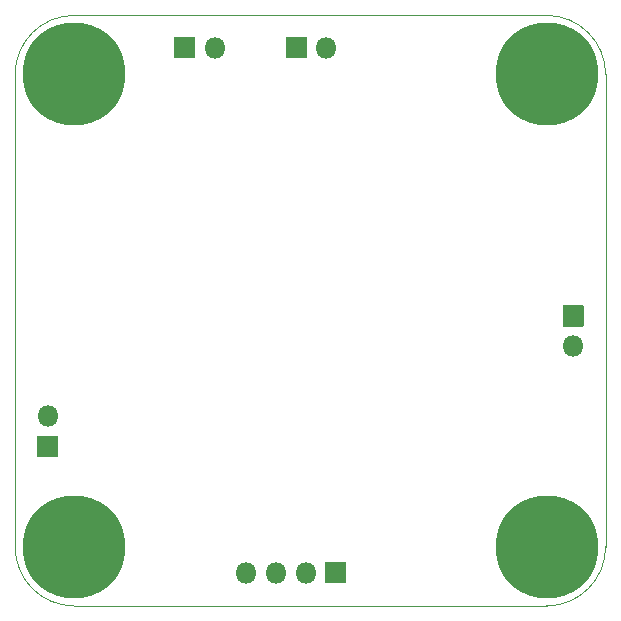
<source format=gbr>
%TF.GenerationSoftware,KiCad,Pcbnew,(5.1.7)-1*%
%TF.CreationDate,2020-10-04T21:35:04-05:00*%
%TF.ProjectId,STM32F4_Breakout,53544d33-3246-4345-9f42-7265616b6f75,rev?*%
%TF.SameCoordinates,Original*%
%TF.FileFunction,Soldermask,Bot*%
%TF.FilePolarity,Negative*%
%FSLAX46Y46*%
G04 Gerber Fmt 4.6, Leading zero omitted, Abs format (unit mm)*
G04 Created by KiCad (PCBNEW (5.1.7)-1) date 2020-10-04 21:35:04*
%MOMM*%
%LPD*%
G01*
G04 APERTURE LIST*
%TA.AperFunction,Profile*%
%ADD10C,0.050000*%
%TD*%
%ADD11C,1.002000*%
%ADD12C,8.702000*%
%ADD13O,1.802000X1.802000*%
G04 APERTURE END LIST*
D10*
X70000000Y-65000000D02*
G75*
G02*
X65000000Y-70000000I-5000000J0D01*
G01*
X25000000Y-70000000D02*
G75*
G02*
X20000000Y-65000000I0J5000000D01*
G01*
X20000000Y-25000000D02*
G75*
G02*
X25000000Y-20000000I5000000J0D01*
G01*
X65000000Y-20000000D02*
G75*
G02*
X70000000Y-25000000I0J-5000000D01*
G01*
X20000000Y-65000000D02*
X20000000Y-25000000D01*
X65000000Y-70000000D02*
X25000000Y-70000000D01*
X70000000Y-25000000D02*
X70000000Y-65000000D01*
X25000000Y-20000000D02*
X65000000Y-20000000D01*
X70000000Y-65000000D02*
G75*
G02*
X65000000Y-70000000I-5000000J0D01*
G01*
X25000000Y-70000000D02*
G75*
G02*
X20000000Y-65000000I0J5000000D01*
G01*
X20000000Y-25000000D02*
G75*
G02*
X25000000Y-20000000I5000000J0D01*
G01*
X65000000Y-20000000D02*
G75*
G02*
X70000000Y-25000000I0J-5000000D01*
G01*
X20000000Y-65000000D02*
X20000000Y-25000000D01*
X65000000Y-70000000D02*
X25000000Y-70000000D01*
X70000000Y-25000000D02*
X70000000Y-65000000D01*
X25000000Y-20000000D02*
X65000000Y-20000000D01*
D11*
%TO.C,H1*%
X27280419Y-22719581D03*
X25000000Y-21775000D03*
X22719581Y-22719581D03*
X21775000Y-25000000D03*
X22719581Y-27280419D03*
X25000000Y-28225000D03*
X27280419Y-27280419D03*
X28225000Y-25000000D03*
D12*
X25000000Y-25000000D03*
%TD*%
%TO.C,H2*%
X65000000Y-25000000D03*
D11*
X68225000Y-25000000D03*
X67280419Y-27280419D03*
X65000000Y-28225000D03*
X62719581Y-27280419D03*
X61775000Y-25000000D03*
X62719581Y-22719581D03*
X65000000Y-21775000D03*
X67280419Y-22719581D03*
%TD*%
%TO.C,H3*%
X67280419Y-62719581D03*
X65000000Y-61775000D03*
X62719581Y-62719581D03*
X61775000Y-65000000D03*
X62719581Y-67280419D03*
X65000000Y-68225000D03*
X67280419Y-67280419D03*
X68225000Y-65000000D03*
D12*
X65000000Y-65000000D03*
%TD*%
%TO.C,H4*%
X25000000Y-65000000D03*
D11*
X28225000Y-65000000D03*
X27280419Y-67280419D03*
X25000000Y-68225000D03*
X22719581Y-67280419D03*
X21775000Y-65000000D03*
X22719581Y-62719581D03*
X25000000Y-61775000D03*
X27280419Y-62719581D03*
%TD*%
D13*
%TO.C,J1*%
X22750000Y-53960000D03*
G36*
G01*
X23651000Y-55650000D02*
X23651000Y-57350000D01*
G75*
G02*
X23600000Y-57401000I-51000J0D01*
G01*
X21900000Y-57401000D01*
G75*
G02*
X21849000Y-57350000I0J51000D01*
G01*
X21849000Y-55650000D01*
G75*
G02*
X21900000Y-55599000I51000J0D01*
G01*
X23600000Y-55599000D01*
G75*
G02*
X23651000Y-55650000I0J-51000D01*
G01*
G37*
%TD*%
%TO.C,J2*%
X67250000Y-47990000D03*
G36*
G01*
X66349000Y-46300000D02*
X66349000Y-44600000D01*
G75*
G02*
X66400000Y-44549000I51000J0D01*
G01*
X68100000Y-44549000D01*
G75*
G02*
X68151000Y-44600000I0J-51000D01*
G01*
X68151000Y-46300000D01*
G75*
G02*
X68100000Y-46351000I-51000J0D01*
G01*
X66400000Y-46351000D01*
G75*
G02*
X66349000Y-46300000I0J51000D01*
G01*
G37*
%TD*%
%TO.C,J3*%
G36*
G01*
X35200000Y-23651000D02*
X33500000Y-23651000D01*
G75*
G02*
X33449000Y-23600000I0J51000D01*
G01*
X33449000Y-21900000D01*
G75*
G02*
X33500000Y-21849000I51000J0D01*
G01*
X35200000Y-21849000D01*
G75*
G02*
X35251000Y-21900000I0J-51000D01*
G01*
X35251000Y-23600000D01*
G75*
G02*
X35200000Y-23651000I-51000J0D01*
G01*
G37*
X36890000Y-22750000D03*
%TD*%
%TO.C,J5*%
G36*
G01*
X44650000Y-23651000D02*
X42950000Y-23651000D01*
G75*
G02*
X42899000Y-23600000I0J51000D01*
G01*
X42899000Y-21900000D01*
G75*
G02*
X42950000Y-21849000I51000J0D01*
G01*
X44650000Y-21849000D01*
G75*
G02*
X44701000Y-21900000I0J-51000D01*
G01*
X44701000Y-23600000D01*
G75*
G02*
X44650000Y-23651000I-51000J0D01*
G01*
G37*
X46340000Y-22750000D03*
%TD*%
%TO.C,J6*%
G36*
G01*
X46300000Y-66299000D02*
X48000000Y-66299000D01*
G75*
G02*
X48051000Y-66350000I0J-51000D01*
G01*
X48051000Y-68050000D01*
G75*
G02*
X48000000Y-68101000I-51000J0D01*
G01*
X46300000Y-68101000D01*
G75*
G02*
X46249000Y-68050000I0J51000D01*
G01*
X46249000Y-66350000D01*
G75*
G02*
X46300000Y-66299000I51000J0D01*
G01*
G37*
X44610000Y-67200000D03*
X42070000Y-67200000D03*
X39530000Y-67200000D03*
%TD*%
M02*

</source>
